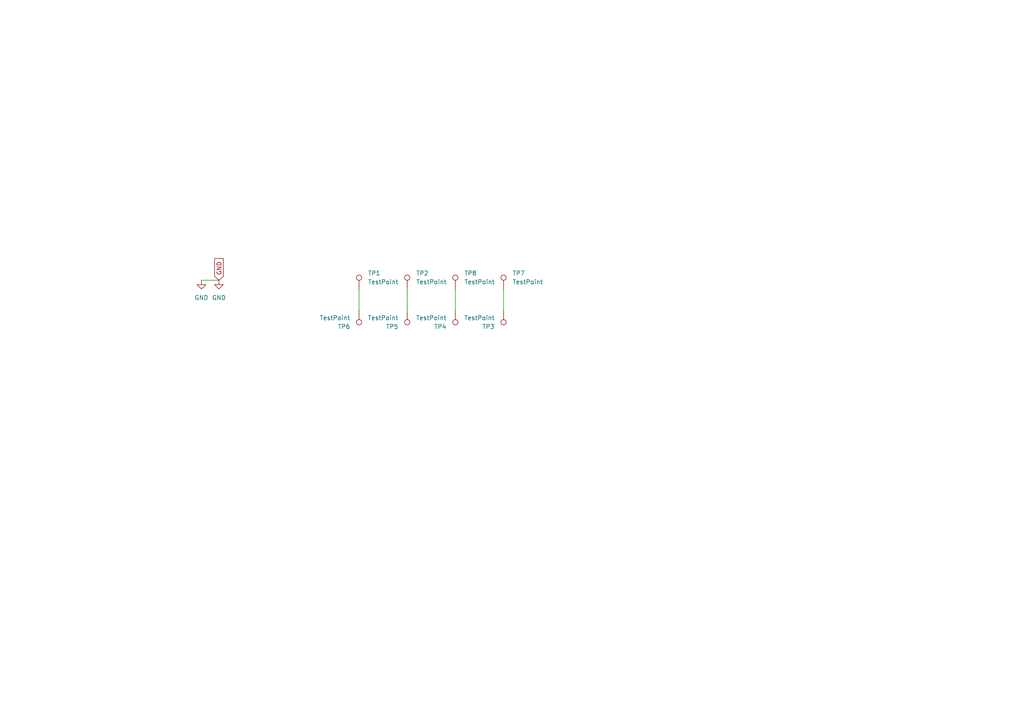
<source format=kicad_sch>
(kicad_sch (version 20231120) (generator "eeschema") (generator_version "8.0")
  (paper "A4")
  (lib_symbols
    (symbol "Connector:TestPoint" (pin_numbers hide) (pin_names (offset 0.762) hide)
      (property "Reference" "TP" (at 0 6.858 0))
      (property "Value" "TestPoint" (at 0 5.08 0))
      (symbol "TestPoint_0_1"
        (circle (center 0 3.302) (radius 0.762))
      )
      (symbol "TestPoint_1_1"
        (pin passive line (at 0 0 90) (length 2.54) (name "1") (number "1"))
      )
    )
    (symbol "power:GND" (power) (pin_numbers hide) (pin_names (offset 0) hide)
      (property "Value" "GND" (at 0 -3.81 0))
      (symbol "GND_0_1"
        (polyline (pts (xy 0 0) (xy 0 -1.27) (xy 1.27 -1.27) (xy 0 -2.54) (xy -1.27 -1.27) (xy 0 -1.27)))
      )
      (symbol "GND_1_1"
        (pin power_in line (at 0 0 270) (length 0) (name "~") (number "1"))
      )
    )
  )
  (wire (pts (xy 146.05 83.82) (xy 146.05 90.17)))
  (wire (pts (xy 118.11 83.82) (xy 118.11 90.17)))
  (wire (pts (xy 104.14 83.82) (xy 104.14 90.17)))
  (wire (pts (xy 58.42 81.28) (xy 63.5 81.28)))
  (wire (pts (xy 132.08 83.82) (xy 132.08 90.17)))
  (global_label "GND" (shape input) (at 63.5 81.28 90) (property "Intersheetrefs" "${INTERSHEET_REFS}" (effects (hide yes))))
  (symbol (lib_id "power:GND") (at 63.5 81.28 0) (unit 1)
    (property "Reference" "#PWR01" (effects (hide yes)))
    (property "Value" "GND" (at 63.5 86.36 0))
    (property "Description" "Power symbol creates a global label with name \"GND\" , ground" (effects (hide yes)))
  )
  (symbol (lib_id "Connector:TestPoint") (at 146.05 90.17 180) (unit 1)
    (property "Reference" "TP3" (at 143.51 94.7421 0) (effects (justify left)))
    (property "Value" "TestPoint" (at 143.51 92.2021 0) (effects (justify left)))
    (property "Description" "test point" (effects (hide yes)))
  )
  (symbol (lib_id "Connector:TestPoint") (at 118.11 90.17 180) (unit 1)
    (property "Reference" "TP5" (at 115.57 94.7421 0) (effects (justify left)))
    (property "Value" "TestPoint" (at 115.57 92.2021 0) (effects (justify left)))
    (property "Description" "test point" (effects (hide yes)))
  )
  (symbol (lib_id "Connector:TestPoint") (at 118.11 83.82 0) (unit 1)
    (property "Reference" "TP2" (at 120.65 79.2479 0) (effects (justify left)))
    (property "Value" "TestPoint" (at 120.65 81.7879 0) (effects (justify left)))
    (property "Description" "test point" (effects (hide yes)))
  )
  (symbol (lib_id "Connector:TestPoint") (at 132.08 90.17 180) (unit 1)
    (property "Reference" "TP4" (at 129.54 94.7421 0) (effects (justify left)))
    (property "Value" "TestPoint" (at 129.54 92.2021 0) (effects (justify left)))
    (property "Description" "test point" (effects (hide yes)))
  )
  (symbol (lib_id "Connector:TestPoint") (at 104.14 90.17 180) (unit 1)
    (property "Reference" "TP6" (at 101.6 94.7421 0) (effects (justify left)))
    (property "Value" "TestPoint" (at 101.6 92.2021 0) (effects (justify left)))
    (property "Description" "test point" (effects (hide yes)))
  )
  (symbol (lib_id "Connector:TestPoint") (at 104.14 83.82 0) (unit 1)
    (property "Reference" "TP1" (at 106.68 79.2479 0) (effects (justify left)))
    (property "Value" "TestPoint" (at 106.68 81.7879 0) (effects (justify left)))
    (property "Description" "test point" (effects (hide yes)))
  )
  (symbol (lib_id "Connector:TestPoint") (at 132.08 83.82 0) (unit 1)
    (property "Reference" "TP8" (at 134.62 79.2479 0) (effects (justify left)))
    (property "Value" "TestPoint" (at 134.62 81.7879 0) (effects (justify left)))
    (property "Description" "test point" (effects (hide yes)))
  )
  (symbol (lib_id "power:GND") (at 58.42 81.28 0) (unit 1)
    (property "Reference" "#PWR02" (effects (hide yes)))
    (property "Value" "GND" (at 58.42 86.36 0))
    (property "Description" "Power symbol creates a global label with name \"GND\" , ground" (effects (hide yes)))
  )
  (symbol (lib_id "Connector:TestPoint") (at 146.05 83.82 0) (unit 1)
    (property "Reference" "TP7" (at 148.59 79.2479 0) (effects (justify left)))
    (property "Value" "TestPoint" (at 148.59 81.7879 0) (effects (justify left)))
    (property "Description" "test point" (effects (hide yes)))
  )
)
</source>
